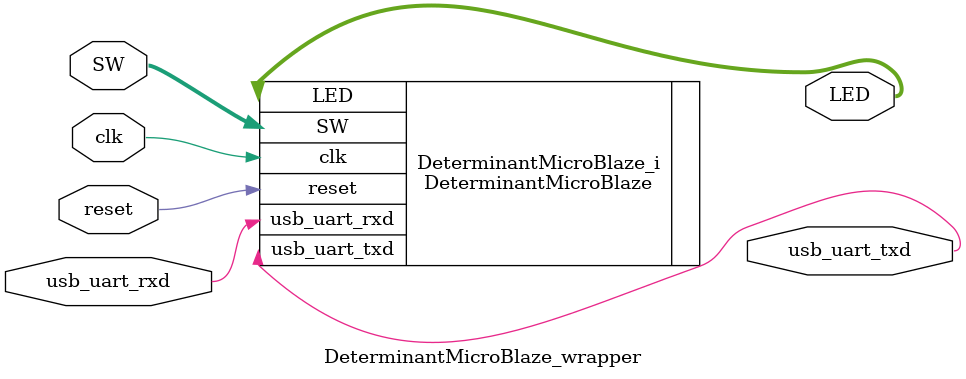
<source format=v>
`timescale 1 ps / 1 ps

module DeterminantMicroBlaze_wrapper
   (LED,
    SW,
    clk,
    reset,
    usb_uart_rxd,
    usb_uart_txd);
  output [15:0]LED;
  input [2:0]SW;
  input clk;
  input reset;
  input usb_uart_rxd;
  output usb_uart_txd;

  wire [15:0]LED;
  wire [2:0]SW;
  wire clk;
  wire reset;
  wire usb_uart_rxd;
  wire usb_uart_txd;

  DeterminantMicroBlaze DeterminantMicroBlaze_i
       (.LED(LED),
        .SW(SW),
        .clk(clk),
        .reset(reset),
        .usb_uart_rxd(usb_uart_rxd),
        .usb_uart_txd(usb_uart_txd));
endmodule

</source>
